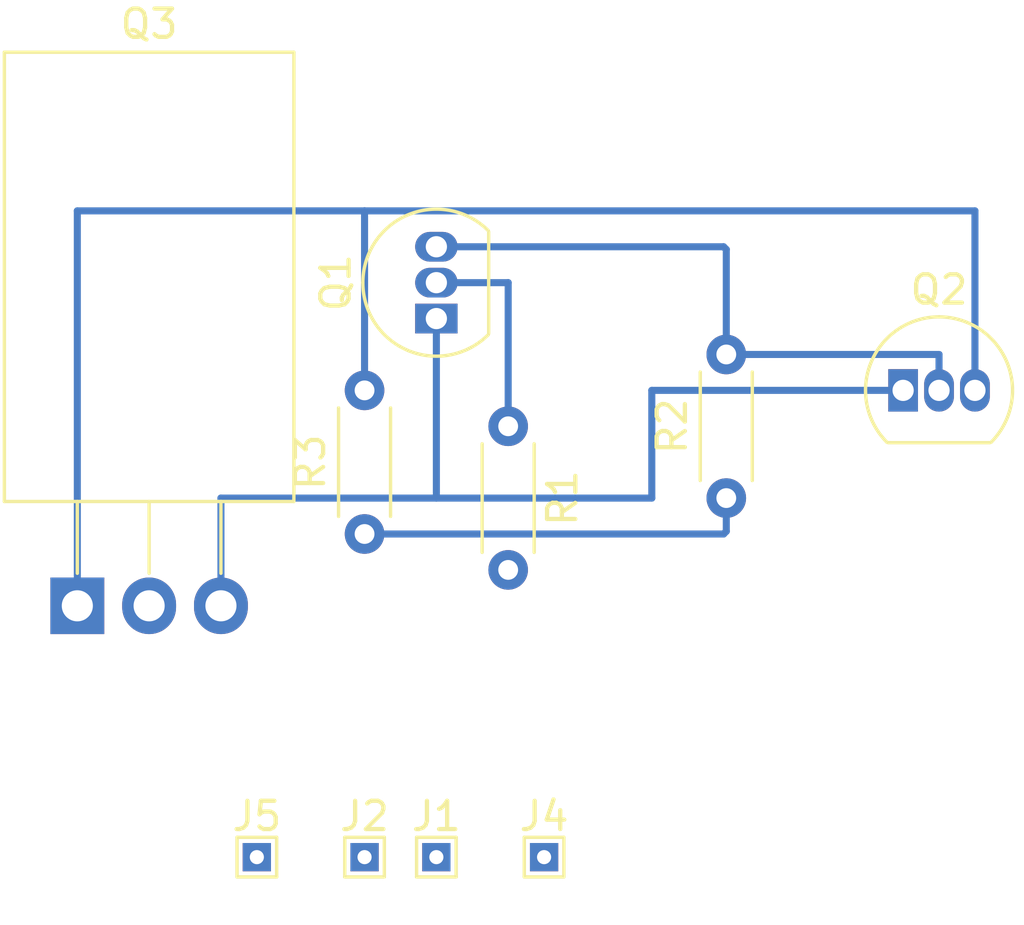
<source format=kicad_pcb>
(kicad_pcb (version 20171130) (host pcbnew "(5.0.2)-1")

  (general
    (thickness 1.6)
    (drawings 0)
    (tracks 21)
    (zones 0)
    (modules 10)
    (nets 8)
  )

  (page A4)
  (layers
    (0 F.Cu signal)
    (31 B.Cu signal)
    (32 B.Adhes user)
    (33 F.Adhes user)
    (34 B.Paste user)
    (35 F.Paste user)
    (36 B.SilkS user)
    (37 F.SilkS user)
    (38 B.Mask user)
    (39 F.Mask user)
    (40 Dwgs.User user)
    (41 Cmts.User user)
    (42 Eco1.User user)
    (43 Eco2.User user)
    (44 Edge.Cuts user)
    (45 Margin user)
    (46 B.CrtYd user)
    (47 F.CrtYd user)
    (48 B.Fab user)
    (49 F.Fab user)
  )

  (setup
    (last_trace_width 0.25)
    (trace_clearance 0.2)
    (zone_clearance 0.508)
    (zone_45_only no)
    (trace_min 0.2)
    (segment_width 0.2)
    (edge_width 0.15)
    (via_size 0.8)
    (via_drill 0.4)
    (via_min_size 0.4)
    (via_min_drill 0.3)
    (uvia_size 0.3)
    (uvia_drill 0.1)
    (uvias_allowed no)
    (uvia_min_size 0.2)
    (uvia_min_drill 0.1)
    (pcb_text_width 0.3)
    (pcb_text_size 1.5 1.5)
    (mod_edge_width 0.15)
    (mod_text_size 1 1)
    (mod_text_width 0.15)
    (pad_size 1.524 1.524)
    (pad_drill 0.762)
    (pad_to_mask_clearance 0.051)
    (solder_mask_min_width 0.25)
    (aux_axis_origin 0 0)
    (visible_elements FFFFFF7F)
    (pcbplotparams
      (layerselection 0x010fc_ffffffff)
      (usegerberextensions false)
      (usegerberattributes false)
      (usegerberadvancedattributes false)
      (creategerberjobfile false)
      (excludeedgelayer true)
      (linewidth 0.100000)
      (plotframeref false)
      (viasonmask false)
      (mode 1)
      (useauxorigin false)
      (hpglpennumber 1)
      (hpglpenspeed 20)
      (hpglpendiameter 15.000000)
      (psnegative false)
      (psa4output false)
      (plotreference true)
      (plotvalue true)
      (plotinvisibletext false)
      (padsonsilk false)
      (subtractmaskfromsilk false)
      (outputformat 1)
      (mirror false)
      (drillshape 1)
      (scaleselection 1)
      (outputdirectory ""))
  )

  (net 0 "")
  (net 1 GND)
  (net 2 "Net-(Q1-Pad3)")
  (net 3 "Net-(Q1-Pad2)")
  (net 4 "Net-(Q2-Pad3)")
  (net 5 12v)
  (net 6 Ctrl)
  (net 7 Out)

  (net_class Default "This is the default net class."
    (clearance 0.2)
    (trace_width 0.25)
    (via_dia 0.8)
    (via_drill 0.4)
    (uvia_dia 0.3)
    (uvia_drill 0.1)
    (add_net 12v)
    (add_net Ctrl)
    (add_net GND)
    (add_net "Net-(Q1-Pad2)")
    (add_net "Net-(Q1-Pad3)")
    (add_net "Net-(Q2-Pad3)")
    (add_net Out)
  )

  (module Package_TO_SOT_THT:TO-220-3_Horizontal_TabDown (layer F.Cu) (tedit 5AC8BA0D) (tstamp 5DD89EA1)
    (at 104.14 81.28)
    (descr "TO-220-3, Horizontal, RM 2.54mm, see https://www.vishay.com/docs/66542/to-220-1.pdf")
    (tags "TO-220-3 Horizontal RM 2.54mm")
    (path /5DCACAFA)
    (fp_text reference Q3 (at 2.54 -20.58) (layer F.SilkS)
      (effects (font (size 1 1) (thickness 0.15)))
    )
    (fp_text value IRF540N (at 2.54 2) (layer F.Fab)
      (effects (font (size 1 1) (thickness 0.15)))
    )
    (fp_text user %R (at 2.54 -20.58) (layer F.Fab)
      (effects (font (size 1 1) (thickness 0.15)))
    )
    (fp_line (start 7.79 -19.71) (end -2.71 -19.71) (layer F.CrtYd) (width 0.05))
    (fp_line (start 7.79 1.25) (end 7.79 -19.71) (layer F.CrtYd) (width 0.05))
    (fp_line (start -2.71 1.25) (end 7.79 1.25) (layer F.CrtYd) (width 0.05))
    (fp_line (start -2.71 -19.71) (end -2.71 1.25) (layer F.CrtYd) (width 0.05))
    (fp_line (start 5.08 -3.69) (end 5.08 -1.15) (layer F.SilkS) (width 0.12))
    (fp_line (start 2.54 -3.69) (end 2.54 -1.15) (layer F.SilkS) (width 0.12))
    (fp_line (start 0 -3.69) (end 0 -1.15) (layer F.SilkS) (width 0.12))
    (fp_line (start 7.66 -19.58) (end 7.66 -3.69) (layer F.SilkS) (width 0.12))
    (fp_line (start -2.58 -19.58) (end -2.58 -3.69) (layer F.SilkS) (width 0.12))
    (fp_line (start -2.58 -19.58) (end 7.66 -19.58) (layer F.SilkS) (width 0.12))
    (fp_line (start -2.58 -3.69) (end 7.66 -3.69) (layer F.SilkS) (width 0.12))
    (fp_line (start 5.08 -3.81) (end 5.08 0) (layer F.Fab) (width 0.1))
    (fp_line (start 2.54 -3.81) (end 2.54 0) (layer F.Fab) (width 0.1))
    (fp_line (start 0 -3.81) (end 0 0) (layer F.Fab) (width 0.1))
    (fp_line (start 7.54 -3.81) (end -2.46 -3.81) (layer F.Fab) (width 0.1))
    (fp_line (start 7.54 -13.06) (end 7.54 -3.81) (layer F.Fab) (width 0.1))
    (fp_line (start -2.46 -13.06) (end 7.54 -13.06) (layer F.Fab) (width 0.1))
    (fp_line (start -2.46 -3.81) (end -2.46 -13.06) (layer F.Fab) (width 0.1))
    (fp_line (start 7.54 -13.06) (end -2.46 -13.06) (layer F.Fab) (width 0.1))
    (fp_line (start 7.54 -19.46) (end 7.54 -13.06) (layer F.Fab) (width 0.1))
    (fp_line (start -2.46 -19.46) (end 7.54 -19.46) (layer F.Fab) (width 0.1))
    (fp_line (start -2.46 -13.06) (end -2.46 -19.46) (layer F.Fab) (width 0.1))
    (fp_circle (center 2.54 -16.66) (end 4.39 -16.66) (layer F.Fab) (width 0.1))
    (pad 3 thru_hole oval (at 5.08 0) (size 1.905 2) (drill 1.1) (layers *.Cu *.Mask)
      (net 1 GND))
    (pad 2 thru_hole oval (at 2.54 0) (size 1.905 2) (drill 1.1) (layers *.Cu *.Mask)
      (net 7 Out))
    (pad 1 thru_hole rect (at 0 0) (size 1.905 2) (drill 1.1) (layers *.Cu *.Mask)
      (net 4 "Net-(Q2-Pad3)"))
    (pad "" np_thru_hole oval (at 2.54 -16.66) (size 3.5 3.5) (drill 3.5) (layers *.Cu *.Mask))
    (model ${KISYS3DMOD}/Package_TO_SOT_THT.3dshapes/TO-220-3_Horizontal_TabDown.wrl
      (at (xyz 0 0 0))
      (scale (xyz 1 1 1))
      (rotate (xyz 0 0 0))
    )
  )

  (module TestPoint:TestPoint_THTPad_1.0x1.0mm_Drill0.5mm (layer F.Cu) (tedit 5DCC1A21) (tstamp 5DD8C347)
    (at 116.84 90.17)
    (descr "THT rectangular pad as test Point, square 1.0mm side length, hole diameter 0.5mm")
    (tags "test point THT pad rectangle square")
    (path /5DCACE04)
    (attr virtual)
    (fp_text reference J1 (at 0 -1.448) (layer F.SilkS)
      (effects (font (size 1 1) (thickness 0.15)))
    )
    (fp_text value 12V (at 0 1.55) (layer F.Fab)
      (effects (font (size 1 1) (thickness 0.15)))
    )
    (fp_text user %R (at 0 -1.45) (layer F.Fab)
      (effects (font (size 1 1) (thickness 0.15)))
    )
    (fp_line (start -0.7 -0.7) (end 0.7 -0.7) (layer F.SilkS) (width 0.12))
    (fp_line (start 0.7 -0.7) (end 0.7 0.7) (layer F.SilkS) (width 0.12))
    (fp_line (start 0.7 0.7) (end -0.7 0.7) (layer F.SilkS) (width 0.12))
    (fp_line (start -0.7 0.7) (end -0.7 -0.7) (layer F.SilkS) (width 0.12))
    (fp_line (start -1 -1) (end 1 -1) (layer F.CrtYd) (width 0.05))
    (fp_line (start -1 -1) (end -1 1) (layer F.CrtYd) (width 0.05))
    (fp_line (start 1 1) (end 1 -1) (layer F.CrtYd) (width 0.05))
    (fp_line (start 1 1) (end -1 1) (layer F.CrtYd) (width 0.05))
    (pad 1 thru_hole rect (at 0 0) (size 1 1) (drill 0.5) (layers *.Cu *.Mask)
      (net 5 12v))
  )

  (module TestPoint:TestPoint_THTPad_1.0x1.0mm_Drill0.5mm (layer F.Cu) (tedit 5DCC1A6A) (tstamp 5DD89E39)
    (at 114.3 90.17)
    (descr "THT rectangular pad as test Point, square 1.0mm side length, hole diameter 0.5mm")
    (tags "test point THT pad rectangle square")
    (path /5DCACE50)
    (attr virtual)
    (fp_text reference J2 (at 0 -1.448) (layer F.SilkS)
      (effects (font (size 1 1) (thickness 0.15)))
    )
    (fp_text value GND (at 0 1.55) (layer F.Fab)
      (effects (font (size 1 1) (thickness 0.15)))
    )
    (fp_line (start 1 1) (end -1 1) (layer F.CrtYd) (width 0.05))
    (fp_line (start 1 1) (end 1 -1) (layer F.CrtYd) (width 0.05))
    (fp_line (start -1 -1) (end -1 1) (layer F.CrtYd) (width 0.05))
    (fp_line (start -1 -1) (end 1 -1) (layer F.CrtYd) (width 0.05))
    (fp_line (start -0.7 0.7) (end -0.7 -0.7) (layer F.SilkS) (width 0.12))
    (fp_line (start 0.7 0.7) (end -0.7 0.7) (layer F.SilkS) (width 0.12))
    (fp_line (start 0.7 -0.7) (end 0.7 0.7) (layer F.SilkS) (width 0.12))
    (fp_line (start -0.7 -0.7) (end 0.7 -0.7) (layer F.SilkS) (width 0.12))
    (fp_text user %R (at 0 -1.45) (layer F.Fab)
      (effects (font (size 1 1) (thickness 0.15)))
    )
    (pad 1 thru_hole rect (at 0 0) (size 1 1) (drill 0.5) (layers *.Cu *.Mask)
      (net 1 GND))
  )

  (module TestPoint:TestPoint_THTPad_1.0x1.0mm_Drill0.5mm (layer F.Cu) (tedit 5DCC1A4D) (tstamp 5DD89E55)
    (at 120.65 90.17)
    (descr "THT rectangular pad as test Point, square 1.0mm side length, hole diameter 0.5mm")
    (tags "test point THT pad rectangle square")
    (path /5DCACECC)
    (attr virtual)
    (fp_text reference J4 (at 0 -1.448) (layer F.SilkS)
      (effects (font (size 1 1) (thickness 0.15)))
    )
    (fp_text value CTRL (at 0 1.55) (layer F.Fab)
      (effects (font (size 1 1) (thickness 0.15)))
    )
    (fp_line (start 1 1) (end -1 1) (layer F.CrtYd) (width 0.05))
    (fp_line (start 1 1) (end 1 -1) (layer F.CrtYd) (width 0.05))
    (fp_line (start -1 -1) (end -1 1) (layer F.CrtYd) (width 0.05))
    (fp_line (start -1 -1) (end 1 -1) (layer F.CrtYd) (width 0.05))
    (fp_line (start -0.7 0.7) (end -0.7 -0.7) (layer F.SilkS) (width 0.12))
    (fp_line (start 0.7 0.7) (end -0.7 0.7) (layer F.SilkS) (width 0.12))
    (fp_line (start 0.7 -0.7) (end 0.7 0.7) (layer F.SilkS) (width 0.12))
    (fp_line (start -0.7 -0.7) (end 0.7 -0.7) (layer F.SilkS) (width 0.12))
    (fp_text user %R (at 0 -1.45) (layer F.Fab)
      (effects (font (size 1 1) (thickness 0.15)))
    )
    (pad 1 thru_hole rect (at 0 0) (size 1 1) (drill 0.5) (layers *.Cu *.Mask)
      (net 6 Ctrl))
  )

  (module TestPoint:TestPoint_THTPad_1.0x1.0mm_Drill0.5mm (layer F.Cu) (tedit 5DCC1A78) (tstamp 5DD8C3FD)
    (at 110.49 90.17)
    (descr "THT rectangular pad as test Point, square 1.0mm side length, hole diameter 0.5mm")
    (tags "test point THT pad rectangle square")
    (path /5DCACF0C)
    (attr virtual)
    (fp_text reference J5 (at 0 -1.448) (layer F.SilkS)
      (effects (font (size 1 1) (thickness 0.15)))
    )
    (fp_text value OUT (at 0 1.55) (layer F.Fab)
      (effects (font (size 1 1) (thickness 0.15)))
    )
    (fp_text user %R (at 0 -1.45) (layer F.Fab)
      (effects (font (size 1 1) (thickness 0.15)))
    )
    (fp_line (start -0.7 -0.7) (end 0.7 -0.7) (layer F.SilkS) (width 0.12))
    (fp_line (start 0.7 -0.7) (end 0.7 0.7) (layer F.SilkS) (width 0.12))
    (fp_line (start 0.7 0.7) (end -0.7 0.7) (layer F.SilkS) (width 0.12))
    (fp_line (start -0.7 0.7) (end -0.7 -0.7) (layer F.SilkS) (width 0.12))
    (fp_line (start -1 -1) (end 1 -1) (layer F.CrtYd) (width 0.05))
    (fp_line (start -1 -1) (end -1 1) (layer F.CrtYd) (width 0.05))
    (fp_line (start 1 1) (end 1 -1) (layer F.CrtYd) (width 0.05))
    (fp_line (start 1 1) (end -1 1) (layer F.CrtYd) (width 0.05))
    (pad 1 thru_hole rect (at 0 0) (size 1 1) (drill 0.5) (layers *.Cu *.Mask)
      (net 7 Out))
  )

  (module Package_TO_SOT_THT:TO-92_Inline (layer F.Cu) (tedit 5A1DD157) (tstamp 5DD89E75)
    (at 116.84 71.12 90)
    (descr "TO-92 leads in-line, narrow, oval pads, drill 0.75mm (see NXP sot054_po.pdf)")
    (tags "to-92 sc-43 sc-43a sot54 PA33 transistor")
    (path /5DCACC0A)
    (fp_text reference Q1 (at 1.27 -3.56 90) (layer F.SilkS)
      (effects (font (size 1 1) (thickness 0.15)))
    )
    (fp_text value 2N3904 (at 1.27 2.79 90) (layer F.Fab)
      (effects (font (size 1 1) (thickness 0.15)))
    )
    (fp_arc (start 1.27 0) (end 1.27 -2.6) (angle 135) (layer F.SilkS) (width 0.12))
    (fp_arc (start 1.27 0) (end 1.27 -2.48) (angle -135) (layer F.Fab) (width 0.1))
    (fp_arc (start 1.27 0) (end 1.27 -2.6) (angle -135) (layer F.SilkS) (width 0.12))
    (fp_arc (start 1.27 0) (end 1.27 -2.48) (angle 135) (layer F.Fab) (width 0.1))
    (fp_line (start 4 2.01) (end -1.46 2.01) (layer F.CrtYd) (width 0.05))
    (fp_line (start 4 2.01) (end 4 -2.73) (layer F.CrtYd) (width 0.05))
    (fp_line (start -1.46 -2.73) (end -1.46 2.01) (layer F.CrtYd) (width 0.05))
    (fp_line (start -1.46 -2.73) (end 4 -2.73) (layer F.CrtYd) (width 0.05))
    (fp_line (start -0.5 1.75) (end 3 1.75) (layer F.Fab) (width 0.1))
    (fp_line (start -0.53 1.85) (end 3.07 1.85) (layer F.SilkS) (width 0.12))
    (fp_text user %R (at 1.27 -3.56 90) (layer F.Fab)
      (effects (font (size 1 1) (thickness 0.15)))
    )
    (pad 1 thru_hole rect (at 0 0 90) (size 1.05 1.5) (drill 0.75) (layers *.Cu *.Mask)
      (net 1 GND))
    (pad 3 thru_hole oval (at 2.54 0 90) (size 1.05 1.5) (drill 0.75) (layers *.Cu *.Mask)
      (net 2 "Net-(Q1-Pad3)"))
    (pad 2 thru_hole oval (at 1.27 0 90) (size 1.05 1.5) (drill 0.75) (layers *.Cu *.Mask)
      (net 3 "Net-(Q1-Pad2)"))
    (model ${KISYS3DMOD}/Package_TO_SOT_THT.3dshapes/TO-92_Inline.wrl
      (at (xyz 0 0 0))
      (scale (xyz 1 1 1))
      (rotate (xyz 0 0 0))
    )
  )

  (module Package_TO_SOT_THT:TO-92_Inline (layer F.Cu) (tedit 5A1DD157) (tstamp 5DD89E87)
    (at 133.35 73.66)
    (descr "TO-92 leads in-line, narrow, oval pads, drill 0.75mm (see NXP sot054_po.pdf)")
    (tags "to-92 sc-43 sc-43a sot54 PA33 transistor")
    (path /5DCACBC2)
    (fp_text reference Q2 (at 1.27 -3.56) (layer F.SilkS)
      (effects (font (size 1 1) (thickness 0.15)))
    )
    (fp_text value 2N3904 (at 1.27 2.79) (layer F.Fab)
      (effects (font (size 1 1) (thickness 0.15)))
    )
    (fp_text user %R (at 1.27 -3.56) (layer F.Fab)
      (effects (font (size 1 1) (thickness 0.15)))
    )
    (fp_line (start -0.53 1.85) (end 3.07 1.85) (layer F.SilkS) (width 0.12))
    (fp_line (start -0.5 1.75) (end 3 1.75) (layer F.Fab) (width 0.1))
    (fp_line (start -1.46 -2.73) (end 4 -2.73) (layer F.CrtYd) (width 0.05))
    (fp_line (start -1.46 -2.73) (end -1.46 2.01) (layer F.CrtYd) (width 0.05))
    (fp_line (start 4 2.01) (end 4 -2.73) (layer F.CrtYd) (width 0.05))
    (fp_line (start 4 2.01) (end -1.46 2.01) (layer F.CrtYd) (width 0.05))
    (fp_arc (start 1.27 0) (end 1.27 -2.48) (angle 135) (layer F.Fab) (width 0.1))
    (fp_arc (start 1.27 0) (end 1.27 -2.6) (angle -135) (layer F.SilkS) (width 0.12))
    (fp_arc (start 1.27 0) (end 1.27 -2.48) (angle -135) (layer F.Fab) (width 0.1))
    (fp_arc (start 1.27 0) (end 1.27 -2.6) (angle 135) (layer F.SilkS) (width 0.12))
    (pad 2 thru_hole oval (at 1.27 0) (size 1.05 1.5) (drill 0.75) (layers *.Cu *.Mask)
      (net 2 "Net-(Q1-Pad3)"))
    (pad 3 thru_hole oval (at 2.54 0) (size 1.05 1.5) (drill 0.75) (layers *.Cu *.Mask)
      (net 4 "Net-(Q2-Pad3)"))
    (pad 1 thru_hole rect (at 0 0) (size 1.05 1.5) (drill 0.75) (layers *.Cu *.Mask)
      (net 1 GND))
    (model ${KISYS3DMOD}/Package_TO_SOT_THT.3dshapes/TO-92_Inline.wrl
      (at (xyz 0 0 0))
      (scale (xyz 1 1 1))
      (rotate (xyz 0 0 0))
    )
  )

  (module Resistor_THT:R_Axial_DIN0204_L3.6mm_D1.6mm_P5.08mm_Horizontal (layer F.Cu) (tedit 5AE5139B) (tstamp 5DD89EB4)
    (at 119.38 74.93 270)
    (descr "Resistor, Axial_DIN0204 series, Axial, Horizontal, pin pitch=5.08mm, 0.167W, length*diameter=3.6*1.6mm^2, http://cdn-reichelt.de/documents/datenblatt/B400/1_4W%23YAG.pdf")
    (tags "Resistor Axial_DIN0204 series Axial Horizontal pin pitch 5.08mm 0.167W length 3.6mm diameter 1.6mm")
    (path /5DCACCDE)
    (fp_text reference R1 (at 2.54 -1.92 270) (layer F.SilkS)
      (effects (font (size 1 1) (thickness 0.15)))
    )
    (fp_text value 200 (at 2.54 1.92 270) (layer F.Fab)
      (effects (font (size 1 1) (thickness 0.15)))
    )
    (fp_line (start 0.74 -0.8) (end 0.74 0.8) (layer F.Fab) (width 0.1))
    (fp_line (start 0.74 0.8) (end 4.34 0.8) (layer F.Fab) (width 0.1))
    (fp_line (start 4.34 0.8) (end 4.34 -0.8) (layer F.Fab) (width 0.1))
    (fp_line (start 4.34 -0.8) (end 0.74 -0.8) (layer F.Fab) (width 0.1))
    (fp_line (start 0 0) (end 0.74 0) (layer F.Fab) (width 0.1))
    (fp_line (start 5.08 0) (end 4.34 0) (layer F.Fab) (width 0.1))
    (fp_line (start 0.62 -0.92) (end 4.46 -0.92) (layer F.SilkS) (width 0.12))
    (fp_line (start 0.62 0.92) (end 4.46 0.92) (layer F.SilkS) (width 0.12))
    (fp_line (start -0.95 -1.05) (end -0.95 1.05) (layer F.CrtYd) (width 0.05))
    (fp_line (start -0.95 1.05) (end 6.03 1.05) (layer F.CrtYd) (width 0.05))
    (fp_line (start 6.03 1.05) (end 6.03 -1.05) (layer F.CrtYd) (width 0.05))
    (fp_line (start 6.03 -1.05) (end -0.95 -1.05) (layer F.CrtYd) (width 0.05))
    (fp_text user %R (at 2.54 0 270) (layer F.Fab)
      (effects (font (size 0.72 0.72) (thickness 0.108)))
    )
    (pad 1 thru_hole circle (at 0 0 270) (size 1.4 1.4) (drill 0.7) (layers *.Cu *.Mask)
      (net 3 "Net-(Q1-Pad2)"))
    (pad 2 thru_hole oval (at 5.08 0 270) (size 1.4 1.4) (drill 0.7) (layers *.Cu *.Mask)
      (net 6 Ctrl))
    (model ${KISYS3DMOD}/Resistor_THT.3dshapes/R_Axial_DIN0204_L3.6mm_D1.6mm_P5.08mm_Horizontal.wrl
      (at (xyz 0 0 0))
      (scale (xyz 1 1 1))
      (rotate (xyz 0 0 0))
    )
  )

  (module Resistor_THT:R_Axial_DIN0204_L3.6mm_D1.6mm_P5.08mm_Horizontal (layer F.Cu) (tedit 5AE5139B) (tstamp 5DD89EC7)
    (at 127.095001 77.47 90)
    (descr "Resistor, Axial_DIN0204 series, Axial, Horizontal, pin pitch=5.08mm, 0.167W, length*diameter=3.6*1.6mm^2, http://cdn-reichelt.de/documents/datenblatt/B400/1_4W%23YAG.pdf")
    (tags "Resistor Axial_DIN0204 series Axial Horizontal pin pitch 5.08mm 0.167W length 3.6mm diameter 1.6mm")
    (path /5DCACCAC)
    (fp_text reference R2 (at 2.54 -1.92 90) (layer F.SilkS)
      (effects (font (size 1 1) (thickness 0.15)))
    )
    (fp_text value 1k (at 2.54 1.92 90) (layer F.Fab)
      (effects (font (size 1 1) (thickness 0.15)))
    )
    (fp_text user %R (at 2.54 0 90) (layer F.Fab)
      (effects (font (size 0.72 0.72) (thickness 0.108)))
    )
    (fp_line (start 6.03 -1.05) (end -0.95 -1.05) (layer F.CrtYd) (width 0.05))
    (fp_line (start 6.03 1.05) (end 6.03 -1.05) (layer F.CrtYd) (width 0.05))
    (fp_line (start -0.95 1.05) (end 6.03 1.05) (layer F.CrtYd) (width 0.05))
    (fp_line (start -0.95 -1.05) (end -0.95 1.05) (layer F.CrtYd) (width 0.05))
    (fp_line (start 0.62 0.92) (end 4.46 0.92) (layer F.SilkS) (width 0.12))
    (fp_line (start 0.62 -0.92) (end 4.46 -0.92) (layer F.SilkS) (width 0.12))
    (fp_line (start 5.08 0) (end 4.34 0) (layer F.Fab) (width 0.1))
    (fp_line (start 0 0) (end 0.74 0) (layer F.Fab) (width 0.1))
    (fp_line (start 4.34 -0.8) (end 0.74 -0.8) (layer F.Fab) (width 0.1))
    (fp_line (start 4.34 0.8) (end 4.34 -0.8) (layer F.Fab) (width 0.1))
    (fp_line (start 0.74 0.8) (end 4.34 0.8) (layer F.Fab) (width 0.1))
    (fp_line (start 0.74 -0.8) (end 0.74 0.8) (layer F.Fab) (width 0.1))
    (pad 2 thru_hole oval (at 5.08 0 90) (size 1.4 1.4) (drill 0.7) (layers *.Cu *.Mask)
      (net 2 "Net-(Q1-Pad3)"))
    (pad 1 thru_hole circle (at 0 0 90) (size 1.4 1.4) (drill 0.7) (layers *.Cu *.Mask)
      (net 5 12v))
    (model ${KISYS3DMOD}/Resistor_THT.3dshapes/R_Axial_DIN0204_L3.6mm_D1.6mm_P5.08mm_Horizontal.wrl
      (at (xyz 0 0 0))
      (scale (xyz 1 1 1))
      (rotate (xyz 0 0 0))
    )
  )

  (module Resistor_THT:R_Axial_DIN0204_L3.6mm_D1.6mm_P5.08mm_Horizontal (layer F.Cu) (tedit 5AE5139B) (tstamp 5DD89EDA)
    (at 114.3 78.74 90)
    (descr "Resistor, Axial_DIN0204 series, Axial, Horizontal, pin pitch=5.08mm, 0.167W, length*diameter=3.6*1.6mm^2, http://cdn-reichelt.de/documents/datenblatt/B400/1_4W%23YAG.pdf")
    (tags "Resistor Axial_DIN0204 series Axial Horizontal pin pitch 5.08mm 0.167W length 3.6mm diameter 1.6mm")
    (path /5DCACC54)
    (fp_text reference R3 (at 2.54 -1.92 90) (layer F.SilkS)
      (effects (font (size 1 1) (thickness 0.15)))
    )
    (fp_text value 500 (at 2.54 1.92 90) (layer F.Fab)
      (effects (font (size 1 1) (thickness 0.15)))
    )
    (fp_line (start 0.74 -0.8) (end 0.74 0.8) (layer F.Fab) (width 0.1))
    (fp_line (start 0.74 0.8) (end 4.34 0.8) (layer F.Fab) (width 0.1))
    (fp_line (start 4.34 0.8) (end 4.34 -0.8) (layer F.Fab) (width 0.1))
    (fp_line (start 4.34 -0.8) (end 0.74 -0.8) (layer F.Fab) (width 0.1))
    (fp_line (start 0 0) (end 0.74 0) (layer F.Fab) (width 0.1))
    (fp_line (start 5.08 0) (end 4.34 0) (layer F.Fab) (width 0.1))
    (fp_line (start 0.62 -0.92) (end 4.46 -0.92) (layer F.SilkS) (width 0.12))
    (fp_line (start 0.62 0.92) (end 4.46 0.92) (layer F.SilkS) (width 0.12))
    (fp_line (start -0.95 -1.05) (end -0.95 1.05) (layer F.CrtYd) (width 0.05))
    (fp_line (start -0.95 1.05) (end 6.03 1.05) (layer F.CrtYd) (width 0.05))
    (fp_line (start 6.03 1.05) (end 6.03 -1.05) (layer F.CrtYd) (width 0.05))
    (fp_line (start 6.03 -1.05) (end -0.95 -1.05) (layer F.CrtYd) (width 0.05))
    (fp_text user %R (at 2.54 0 90) (layer F.Fab)
      (effects (font (size 0.72 0.72) (thickness 0.108)))
    )
    (pad 1 thru_hole circle (at 0 0 90) (size 1.4 1.4) (drill 0.7) (layers *.Cu *.Mask)
      (net 5 12v))
    (pad 2 thru_hole oval (at 5.08 0 90) (size 1.4 1.4) (drill 0.7) (layers *.Cu *.Mask)
      (net 4 "Net-(Q2-Pad3)"))
    (model ${KISYS3DMOD}/Resistor_THT.3dshapes/R_Axial_DIN0204_L3.6mm_D1.6mm_P5.08mm_Horizontal.wrl
      (at (xyz 0 0 0))
      (scale (xyz 1 1 1))
      (rotate (xyz 0 0 0))
    )
  )

  (segment (start 109.22 81.28) (end 109.22 77.47) (width 0.25) (layer B.Cu) (net 1))
  (segment (start 116.84 71.12) (end 116.84 77.47) (width 0.25) (layer B.Cu) (net 1))
  (segment (start 109.22 77.47) (end 116.84 77.47) (width 0.25) (layer B.Cu) (net 1))
  (segment (start 116.84 77.47) (end 124.46 77.47) (width 0.25) (layer B.Cu) (net 1))
  (segment (start 133.35 73.66) (end 124.46 73.66) (width 0.25) (layer B.Cu) (net 1))
  (segment (start 124.46 77.47) (end 124.46 73.66) (width 0.25) (layer B.Cu) (net 1))
  (segment (start 116.84 68.58) (end 127 68.58) (width 0.25) (layer B.Cu) (net 2))
  (segment (start 127.095001 68.675001) (end 127.095001 72.39) (width 0.25) (layer B.Cu) (net 2))
  (segment (start 127 68.58) (end 127.095001 68.675001) (width 0.25) (layer B.Cu) (net 2))
  (segment (start 134.62 73.66) (end 134.62 72.39) (width 0.25) (layer B.Cu) (net 2))
  (segment (start 134.62 72.39) (end 127.095001 72.39) (width 0.25) (layer B.Cu) (net 2))
  (segment (start 119.38 74.93) (end 119.38 69.85) (width 0.25) (layer B.Cu) (net 3))
  (segment (start 119.38 69.85) (end 116.84 69.85) (width 0.25) (layer B.Cu) (net 3))
  (segment (start 104.14 67.31) (end 104.14 81.28) (width 0.25) (layer B.Cu) (net 4))
  (segment (start 135.89 73.66) (end 135.89 67.31) (width 0.25) (layer B.Cu) (net 4))
  (segment (start 114.3 73.66) (end 114.3 67.31) (width 0.25) (layer B.Cu) (net 4))
  (segment (start 135.89 67.31) (end 114.3 67.31) (width 0.25) (layer B.Cu) (net 4))
  (segment (start 114.3 67.31) (end 104.14 67.31) (width 0.25) (layer B.Cu) (net 4))
  (segment (start 114.3 78.74) (end 127 78.74) (width 0.25) (layer B.Cu) (net 5))
  (segment (start 127.095001 78.644999) (end 127.095001 77.47) (width 0.25) (layer B.Cu) (net 5))
  (segment (start 127 78.74) (end 127.095001 78.644999) (width 0.25) (layer B.Cu) (net 5))

)

</source>
